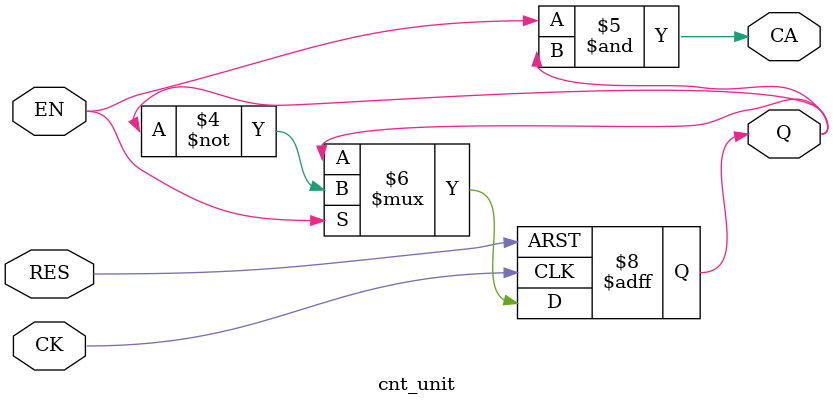
<source format=v>
module cnt_unit( CK, RES, EN, Q, CA );
input     CK, RES, EN; 
output   Q, CA; 
reg        Q;
always @( posedge CK or posedge RES ) begin
    if ( RES==1'b1 ) 
        Q <= 1'b0;
    else if ( EN ==1'b1 )
        Q <= ~Q;
end
assign   CA = EN & Q;
endmodule

</source>
